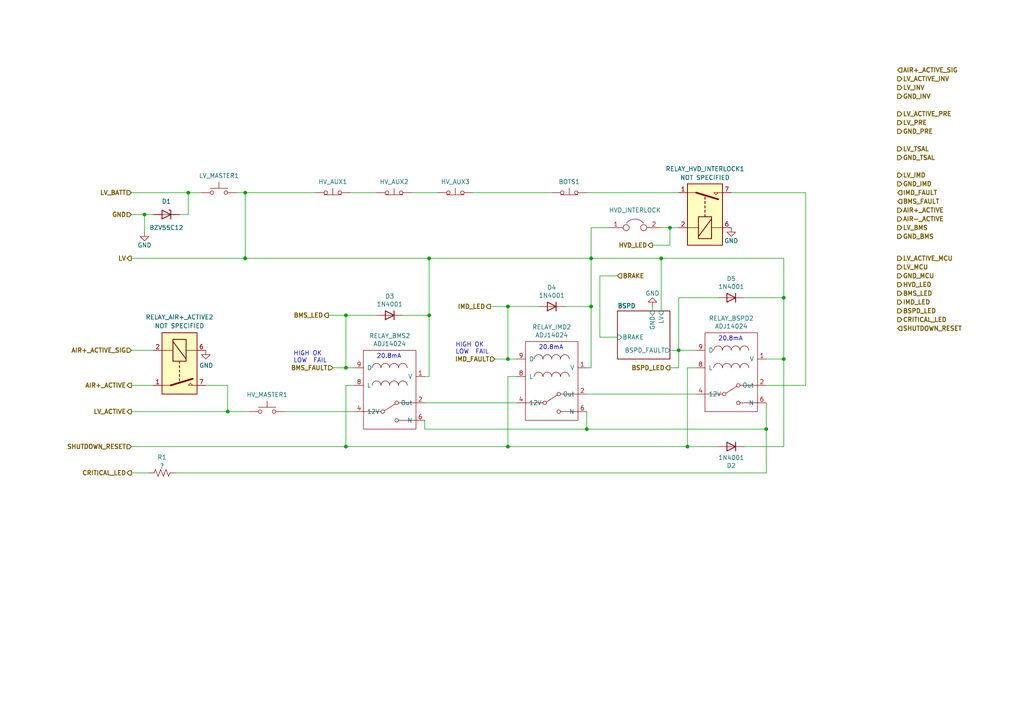
<source format=kicad_sch>
(kicad_sch (version 20211123) (generator eeschema)

  (uuid 68d99cce-7466-45a3-89e1-0e3ac41b5f3f)

  (paper "A4")

  (lib_symbols
    (symbol "Device:Jumper" (pin_names (offset 0.762) hide) (in_bom yes) (on_board yes)
      (property "Reference" "JP" (id 0) (at 0 3.81 0)
        (effects (font (size 1.27 1.27)))
      )
      (property "Value" "Device_Jumper" (id 1) (at 0 -2.032 0)
        (effects (font (size 1.27 1.27)))
      )
      (property "Footprint" "" (id 2) (at 0 0 0)
        (effects (font (size 1.27 1.27)) hide)
      )
      (property "Datasheet" "" (id 3) (at 0 0 0)
        (effects (font (size 1.27 1.27)) hide)
      )
      (property "ki_fp_filters" "SolderJumper* Jumper* TestPoint*2Pads* TestPoint*Bridge*" (id 4) (at 0 0 0)
        (effects (font (size 1.27 1.27)) hide)
      )
      (symbol "Jumper_0_1"
        (circle (center -2.54 0) (radius 0.889)
          (stroke (width 0) (type default) (color 0 0 0 0))
          (fill (type none))
        )
        (arc (start 2.5146 1.27) (mid 0.0127 2.5097) (end -2.4892 1.27)
          (stroke (width 0) (type default) (color 0 0 0 0))
          (fill (type none))
        )
        (circle (center 2.54 0) (radius 0.889)
          (stroke (width 0) (type default) (color 0 0 0 0))
          (fill (type none))
        )
        (pin passive line (at -7.62 0 0) (length 4.191)
          (name "1" (effects (font (size 1.27 1.27))))
          (number "1" (effects (font (size 1.27 1.27))))
        )
        (pin passive line (at 7.62 0 180) (length 4.191)
          (name "2" (effects (font (size 1.27 1.27))))
          (number "2" (effects (font (size 1.27 1.27))))
        )
      )
    )
    (symbol "Device:R_US" (pin_numbers hide) (pin_names (offset 0)) (in_bom yes) (on_board yes)
      (property "Reference" "R" (id 0) (at 2.54 0 90)
        (effects (font (size 1.27 1.27)))
      )
      (property "Value" "R_US" (id 1) (at -2.54 0 90)
        (effects (font (size 1.27 1.27)))
      )
      (property "Footprint" "" (id 2) (at 1.016 -0.254 90)
        (effects (font (size 1.27 1.27)) hide)
      )
      (property "Datasheet" "~" (id 3) (at 0 0 0)
        (effects (font (size 1.27 1.27)) hide)
      )
      (property "ki_keywords" "R res resistor" (id 4) (at 0 0 0)
        (effects (font (size 1.27 1.27)) hide)
      )
      (property "ki_description" "Resistor, US symbol" (id 5) (at 0 0 0)
        (effects (font (size 1.27 1.27)) hide)
      )
      (property "ki_fp_filters" "R_*" (id 6) (at 0 0 0)
        (effects (font (size 1.27 1.27)) hide)
      )
      (symbol "R_US_0_1"
        (polyline
          (pts
            (xy 0 -2.286)
            (xy 0 -2.54)
          )
          (stroke (width 0) (type default) (color 0 0 0 0))
          (fill (type none))
        )
        (polyline
          (pts
            (xy 0 2.286)
            (xy 0 2.54)
          )
          (stroke (width 0) (type default) (color 0 0 0 0))
          (fill (type none))
        )
        (polyline
          (pts
            (xy 0 -0.762)
            (xy 1.016 -1.143)
            (xy 0 -1.524)
            (xy -1.016 -1.905)
            (xy 0 -2.286)
          )
          (stroke (width 0) (type default) (color 0 0 0 0))
          (fill (type none))
        )
        (polyline
          (pts
            (xy 0 0.762)
            (xy 1.016 0.381)
            (xy 0 0)
            (xy -1.016 -0.381)
            (xy 0 -0.762)
          )
          (stroke (width 0) (type default) (color 0 0 0 0))
          (fill (type none))
        )
        (polyline
          (pts
            (xy 0 2.286)
            (xy 1.016 1.905)
            (xy 0 1.524)
            (xy -1.016 1.143)
            (xy 0 0.762)
          )
          (stroke (width 0) (type default) (color 0 0 0 0))
          (fill (type none))
        )
      )
      (symbol "R_US_1_1"
        (pin passive line (at 0 3.81 270) (length 1.27)
          (name "~" (effects (font (size 1.27 1.27))))
          (number "1" (effects (font (size 1.27 1.27))))
        )
        (pin passive line (at 0 -3.81 90) (length 1.27)
          (name "~" (effects (font (size 1.27 1.27))))
          (number "2" (effects (font (size 1.27 1.27))))
        )
      )
    )
    (symbol "Diode:1N4001" (pin_numbers hide) (pin_names (offset 1.016) hide) (in_bom yes) (on_board yes)
      (property "Reference" "D" (id 0) (at 0 2.54 0)
        (effects (font (size 1.27 1.27)))
      )
      (property "Value" "1N4001" (id 1) (at 0 -2.54 0)
        (effects (font (size 1.27 1.27)))
      )
      (property "Footprint" "Diode_THT:D_DO-41_SOD81_P10.16mm_Horizontal" (id 2) (at 0 -4.445 0)
        (effects (font (size 1.27 1.27)) hide)
      )
      (property "Datasheet" "http://www.vishay.com/docs/88503/1n4001.pdf" (id 3) (at 0 0 0)
        (effects (font (size 1.27 1.27)) hide)
      )
      (property "ki_keywords" "diode" (id 4) (at 0 0 0)
        (effects (font (size 1.27 1.27)) hide)
      )
      (property "ki_description" "50V 1A General Purpose Rectifier Diode, DO-41" (id 5) (at 0 0 0)
        (effects (font (size 1.27 1.27)) hide)
      )
      (property "ki_fp_filters" "D*DO?41*" (id 6) (at 0 0 0)
        (effects (font (size 1.27 1.27)) hide)
      )
      (symbol "1N4001_0_1"
        (polyline
          (pts
            (xy -1.27 1.27)
            (xy -1.27 -1.27)
          )
          (stroke (width 0.254) (type default) (color 0 0 0 0))
          (fill (type none))
        )
        (polyline
          (pts
            (xy 1.27 0)
            (xy -1.27 0)
          )
          (stroke (width 0) (type default) (color 0 0 0 0))
          (fill (type none))
        )
        (polyline
          (pts
            (xy 1.27 1.27)
            (xy 1.27 -1.27)
            (xy -1.27 0)
            (xy 1.27 1.27)
          )
          (stroke (width 0.254) (type default) (color 0 0 0 0))
          (fill (type none))
        )
      )
      (symbol "1N4001_1_1"
        (pin passive line (at -3.81 0 0) (length 2.54)
          (name "K" (effects (font (size 1.27 1.27))))
          (number "1" (effects (font (size 1.27 1.27))))
        )
        (pin passive line (at 3.81 0 180) (length 2.54)
          (name "A" (effects (font (size 1.27 1.27))))
          (number "2" (effects (font (size 1.27 1.27))))
        )
      )
    )
    (symbol "Diode:BZV55C12" (pin_numbers hide) (pin_names (offset 1.016) hide) (in_bom yes) (on_board yes)
      (property "Reference" "D" (id 0) (at 0 2.54 0)
        (effects (font (size 1.27 1.27)))
      )
      (property "Value" "BZV55C12" (id 1) (at 0 -2.54 0)
        (effects (font (size 1.27 1.27)))
      )
      (property "Footprint" "Diode_SMD:D_MiniMELF" (id 2) (at 0 -4.445 0)
        (effects (font (size 1.27 1.27)) hide)
      )
      (property "Datasheet" "https://assets.nexperia.com/documents/data-sheet/BZV55_SER.pdf" (id 3) (at 0 0 0)
        (effects (font (size 1.27 1.27)) hide)
      )
      (property "ki_keywords" "zener diode" (id 4) (at 0 0 0)
        (effects (font (size 1.27 1.27)) hide)
      )
      (property "ki_description" "12V, 500mW, 5%, Zener diode, MiniMELF" (id 5) (at 0 0 0)
        (effects (font (size 1.27 1.27)) hide)
      )
      (property "ki_fp_filters" "D*MiniMELF*" (id 6) (at 0 0 0)
        (effects (font (size 1.27 1.27)) hide)
      )
      (symbol "BZV55C12_0_1"
        (polyline
          (pts
            (xy 1.27 0)
            (xy -1.27 0)
          )
          (stroke (width 0) (type default) (color 0 0 0 0))
          (fill (type none))
        )
        (polyline
          (pts
            (xy -1.27 -1.27)
            (xy -1.27 1.27)
            (xy -0.762 1.27)
          )
          (stroke (width 0.254) (type default) (color 0 0 0 0))
          (fill (type none))
        )
        (polyline
          (pts
            (xy 1.27 -1.27)
            (xy 1.27 1.27)
            (xy -1.27 0)
            (xy 1.27 -1.27)
          )
          (stroke (width 0.254) (type default) (color 0 0 0 0))
          (fill (type none))
        )
      )
      (symbol "BZV55C12_1_1"
        (pin passive line (at -3.81 0 0) (length 2.54)
          (name "K" (effects (font (size 1.27 1.27))))
          (number "1" (effects (font (size 1.27 1.27))))
        )
        (pin passive line (at 3.81 0 180) (length 2.54)
          (name "A" (effects (font (size 1.27 1.27))))
          (number "2" (effects (font (size 1.27 1.27))))
        )
      )
    )
    (symbol "NewThing:ADJ14024" (pin_names (offset 1.016)) (in_bom yes) (on_board yes)
      (property "Reference" "U" (id 0) (at -5.08 27.94 0)
        (effects (font (size 1.27 1.27)))
      )
      (property "Value" "NewThing_ADJ14024" (id 1) (at 0 0 0)
        (effects (font (size 1.27 1.27)))
      )
      (property "Footprint" "" (id 2) (at 0 0 0)
        (effects (font (size 1.27 1.27)) hide)
      )
      (property "Datasheet" "" (id 3) (at 0 0 0)
        (effects (font (size 1.27 1.27)) hide)
      )
      (symbol "ADJ14024_0_1"
        (rectangle (start -7.62 25.4) (end 7.62 2.54)
          (stroke (width 0) (type default) (color 0 0 0 0))
          (fill (type none))
        )
        (arc (start -2.54 20.32) (mid -3.81 21.59) (end -5.08 20.32)
          (stroke (width 0) (type default) (color 0 0 0 0))
          (fill (type none))
        )
        (polyline
          (pts
            (xy -7.62 7.62)
            (xy -7.62 7.62)
          )
          (stroke (width 0) (type default) (color 0 0 0 0))
          (fill (type none))
        )
        (polyline
          (pts
            (xy -2.54 7.62)
            (xy -7.62 7.62)
          )
          (stroke (width 0) (type default) (color 0 0 0 0))
          (fill (type none))
        )
        (polyline
          (pts
            (xy 2.54 5.08)
            (xy 7.62 5.08)
          )
          (stroke (width 0) (type default) (color 0 0 0 0))
          (fill (type none))
        )
        (polyline
          (pts
            (xy 2.54 10.16)
            (xy 7.62 10.16)
          )
          (stroke (width 0) (type default) (color 0 0 0 0))
          (fill (type none))
        )
        (arc (start 0 20.32) (mid -1.27 21.59) (end -2.54 20.32)
          (stroke (width 0) (type default) (color 0 0 0 0))
          (fill (type none))
        )
        (arc (start 2.54 20.32) (mid 1.27 21.59) (end 0 20.32)
          (stroke (width 0) (type default) (color 0 0 0 0))
          (fill (type none))
        )
        (arc (start 5.08 20.32) (mid 3.81 21.59) (end 2.54 20.32)
          (stroke (width 0) (type default) (color 0 0 0 0))
          (fill (type none))
        )
      )
      (symbol "ADJ14024_1_1"
        (arc (start -2.54 15.24) (mid -3.81 16.51) (end -5.08 15.24)
          (stroke (width 0) (type default) (color 0 0 0 0))
          (fill (type none))
        )
        (circle (center -2.032 7.62) (radius 0.508)
          (stroke (width 0) (type default) (color 0 0 0 0))
          (fill (type none))
        )
        (polyline
          (pts
            (xy -1.524 7.874)
            (xy 1.651 9.906)
          )
          (stroke (width 0) (type default) (color 0 0 0 0))
          (fill (type none))
        )
        (arc (start 0 15.24) (mid -1.27 16.51) (end -2.54 15.24)
          (stroke (width 0) (type default) (color 0 0 0 0))
          (fill (type none))
        )
        (circle (center 2.032 5.08) (radius 0.508)
          (stroke (width 0) (type default) (color 0 0 0 0))
          (fill (type none))
        )
        (circle (center 2.032 10.16) (radius 0.508)
          (stroke (width 0) (type default) (color 0 0 0 0))
          (fill (type none))
        )
        (arc (start 2.54 15.24) (mid 1.27 16.51) (end 0 15.24)
          (stroke (width 0) (type default) (color 0 0 0 0))
          (fill (type none))
        )
        (arc (start 5.08 15.24) (mid 3.81 16.51) (end 2.54 15.24)
          (stroke (width 0) (type default) (color 0 0 0 0))
          (fill (type none))
        )
        (pin input line (at 10.16 17.78 180) (length 2.54)
          (name "V" (effects (font (size 1.27 1.27))))
          (number "1" (effects (font (size 1.27 1.27))))
        )
        (pin input line (at 10.16 10.16 180) (length 2.54)
          (name "Out" (effects (font (size 1.27 1.27))))
          (number "2" (effects (font (size 1.27 1.27))))
        )
        (pin input line (at -10.16 7.62 0) (length 2.54)
          (name "12V" (effects (font (size 1.27 1.27))))
          (number "4" (effects (font (size 1.27 1.27))))
        )
        (pin input line (at 10.16 5.08 180) (length 2.54)
          (name "N" (effects (font (size 1.27 1.27))))
          (number "6" (effects (font (size 1.27 1.27))))
        )
        (pin input line (at -10.16 15.24 0) (length 2.54)
          (name "L" (effects (font (size 1.27 1.27))))
          (number "8" (effects (font (size 1.27 1.27))))
        )
        (pin input line (at -10.16 20.32 0) (length 2.54)
          (name "D" (effects (font (size 1.27 1.27))))
          (number "9" (effects (font (size 1.27 1.27))))
        )
      )
    )
    (symbol "Relay:DIPxx-1Axx-12x" (in_bom yes) (on_board yes)
      (property "Reference" "K" (id 0) (at 8.89 3.81 0)
        (effects (font (size 1.27 1.27)) (justify left))
      )
      (property "Value" "DIPxx-1Axx-12x" (id 1) (at 8.89 1.27 0)
        (effects (font (size 1.27 1.27)) (justify left))
      )
      (property "Footprint" "Relay_THT:Relay_StandexMeder_DIP_LowProfile" (id 2) (at 8.89 -1.27 0)
        (effects (font (size 1.27 1.27)) (justify left) hide)
      )
      (property "Datasheet" "https://standexelectronics.com/wp-content/uploads/datasheet_reed_relay_DIP.pdf" (id 3) (at 0 0 0)
        (effects (font (size 1.27 1.27)) hide)
      )
      (property "ki_keywords" "Single Pole Reed Relay SPST" (id 4) (at 0 0 0)
        (effects (font (size 1.27 1.27)) hide)
      )
      (property "ki_description" "Standex Meder DIP reed relay, SPST, Closing Contact" (id 5) (at 0 0 0)
        (effects (font (size 1.27 1.27)) hide)
      )
      (property "ki_fp_filters" "Relay*StandexMeder*DIP*LowProfile*" (id 6) (at 0 0 0)
        (effects (font (size 1.27 1.27)) hide)
      )
      (symbol "DIPxx-1Axx-12x_0_0"
        (polyline
          (pts
            (xy 5.08 5.08)
            (xy 5.08 2.54)
            (xy 4.445 3.175)
            (xy 5.08 3.81)
          )
          (stroke (width 0) (type default) (color 0 0 0 0))
          (fill (type none))
        )
      )
      (symbol "DIPxx-1Axx-12x_0_1"
        (rectangle (start -10.16 5.08) (end 7.62 -5.08)
          (stroke (width 0.254) (type default) (color 0 0 0 0))
          (fill (type background))
        )
        (rectangle (start -8.255 1.905) (end -1.905 -1.905)
          (stroke (width 0.254) (type default) (color 0 0 0 0))
          (fill (type none))
        )
        (polyline
          (pts
            (xy -7.62 -1.905)
            (xy -2.54 1.905)
          )
          (stroke (width 0.254) (type default) (color 0 0 0 0))
          (fill (type none))
        )
        (polyline
          (pts
            (xy -5.08 -5.08)
            (xy -5.08 -1.905)
          )
          (stroke (width 0) (type default) (color 0 0 0 0))
          (fill (type none))
        )
        (polyline
          (pts
            (xy -5.08 5.08)
            (xy -5.08 1.905)
          )
          (stroke (width 0) (type default) (color 0 0 0 0))
          (fill (type none))
        )
        (polyline
          (pts
            (xy -1.905 0)
            (xy -1.27 0)
          )
          (stroke (width 0.254) (type default) (color 0 0 0 0))
          (fill (type none))
        )
        (polyline
          (pts
            (xy -0.635 0)
            (xy 0 0)
          )
          (stroke (width 0.254) (type default) (color 0 0 0 0))
          (fill (type none))
        )
        (polyline
          (pts
            (xy 0.635 0)
            (xy 1.27 0)
          )
          (stroke (width 0.254) (type default) (color 0 0 0 0))
          (fill (type none))
        )
        (polyline
          (pts
            (xy 1.905 0)
            (xy 2.54 0)
          )
          (stroke (width 0.254) (type default) (color 0 0 0 0))
          (fill (type none))
        )
        (polyline
          (pts
            (xy 3.175 0)
            (xy 3.81 0)
          )
          (stroke (width 0.254) (type default) (color 0 0 0 0))
          (fill (type none))
        )
        (polyline
          (pts
            (xy 5.08 -2.54)
            (xy 3.175 3.81)
          )
          (stroke (width 0.508) (type default) (color 0 0 0 0))
          (fill (type none))
        )
        (polyline
          (pts
            (xy 5.08 -2.54)
            (xy 5.08 -5.08)
          )
          (stroke (width 0) (type default) (color 0 0 0 0))
          (fill (type none))
        )
      )
      (symbol "DIPxx-1Axx-12x_1_1"
        (pin passive line (at 5.08 -7.62 90) (length 2.54)
          (name "~" (effects (font (size 1.27 1.27))))
          (number "1" (effects (font (size 1.27 1.27))))
        )
        (pin passive line (at -5.08 -7.62 90) (length 2.54) hide
          (name "~" (effects (font (size 1.27 1.27))))
          (number "13" (effects (font (size 1.27 1.27))))
        )
        (pin passive line (at 5.08 -7.62 90) (length 2.54) hide
          (name "~" (effects (font (size 1.27 1.27))))
          (number "14" (effects (font (size 1.27 1.27))))
        )
        (pin passive line (at -5.08 -7.62 90) (length 2.54)
          (name "~" (effects (font (size 1.27 1.27))))
          (number "2" (effects (font (size 1.27 1.27))))
        )
        (pin passive line (at -5.08 7.62 270) (length 2.54)
          (name "~" (effects (font (size 1.27 1.27))))
          (number "6" (effects (font (size 1.27 1.27))))
        )
        (pin passive line (at 5.08 7.62 270) (length 2.54)
          (name "~" (effects (font (size 1.27 1.27))))
          (number "7" (effects (font (size 1.27 1.27))))
        )
        (pin passive line (at 5.08 7.62 270) (length 2.54) hide
          (name "~" (effects (font (size 1.27 1.27))))
          (number "8" (effects (font (size 1.27 1.27))))
        )
      )
    )
    (symbol "Switch:SW_Push" (pin_numbers hide) (pin_names (offset 1.016) hide) (in_bom yes) (on_board yes)
      (property "Reference" "SW" (id 0) (at 1.27 2.54 0)
        (effects (font (size 1.27 1.27)) (justify left))
      )
      (property "Value" "SW_Push" (id 1) (at 0 -1.524 0)
        (effects (font (size 1.27 1.27)))
      )
      (property "Footprint" "" (id 2) (at 0 5.08 0)
        (effects (font (size 1.27 1.27)) hide)
      )
      (property "Datasheet" "~" (id 3) (at 0 5.08 0)
        (effects (font (size 1.27 1.27)) hide)
      )
      (property "ki_keywords" "switch normally-open pushbutton push-button" (id 4) (at 0 0 0)
        (effects (font (size 1.27 1.27)) hide)
      )
      (property "ki_description" "Push button switch, generic, two pins" (id 5) (at 0 0 0)
        (effects (font (size 1.27 1.27)) hide)
      )
      (symbol "SW_Push_0_1"
        (circle (center -2.032 0) (radius 0.508)
          (stroke (width 0) (type default) (color 0 0 0 0))
          (fill (type none))
        )
        (polyline
          (pts
            (xy 0 1.27)
            (xy 0 3.048)
          )
          (stroke (width 0) (type default) (color 0 0 0 0))
          (fill (type none))
        )
        (polyline
          (pts
            (xy 2.54 1.27)
            (xy -2.54 1.27)
          )
          (stroke (width 0) (type default) (color 0 0 0 0))
          (fill (type none))
        )
        (circle (center 2.032 0) (radius 0.508)
          (stroke (width 0) (type default) (color 0 0 0 0))
          (fill (type none))
        )
        (pin passive line (at -5.08 0 0) (length 2.54)
          (name "1" (effects (font (size 1.27 1.27))))
          (number "1" (effects (font (size 1.27 1.27))))
        )
        (pin passive line (at 5.08 0 180) (length 2.54)
          (name "2" (effects (font (size 1.27 1.27))))
          (number "2" (effects (font (size 1.27 1.27))))
        )
      )
    )
    (symbol "Switch:SW_Push_Open" (pin_numbers hide) (pin_names (offset 1.016) hide) (in_bom yes) (on_board yes)
      (property "Reference" "SW" (id 0) (at 0 2.54 0)
        (effects (font (size 1.27 1.27)))
      )
      (property "Value" "SW_Push_Open" (id 1) (at 0 -1.905 0)
        (effects (font (size 1.27 1.27)))
      )
      (property "Footprint" "" (id 2) (at 0 5.08 0)
        (effects (font (size 1.27 1.27)) hide)
      )
      (property "Datasheet" "~" (id 3) (at 0 5.08 0)
        (effects (font (size 1.27 1.27)) hide)
      )
      (property "ki_keywords" "switch normally-closed pushbutton push-button" (id 4) (at 0 0 0)
        (effects (font (size 1.27 1.27)) hide)
      )
      (property "ki_description" "Push button switch, push-to-open, generic, two pins" (id 5) (at 0 0 0)
        (effects (font (size 1.27 1.27)) hide)
      )
      (symbol "SW_Push_Open_0_1"
        (circle (center -2.032 0) (radius 0.508)
          (stroke (width 0) (type default) (color 0 0 0 0))
          (fill (type none))
        )
        (polyline
          (pts
            (xy -2.54 -0.635)
            (xy 2.54 -0.635)
          )
          (stroke (width 0) (type default) (color 0 0 0 0))
          (fill (type none))
        )
        (polyline
          (pts
            (xy 0 -0.635)
            (xy 0 1.27)
          )
          (stroke (width 0) (type default) (color 0 0 0 0))
          (fill (type none))
        )
        (circle (center 2.032 0) (radius 0.508)
          (stroke (width 0) (type default) (color 0 0 0 0))
          (fill (type none))
        )
        (pin passive line (at -5.08 0 0) (length 2.54)
          (name "A" (effects (font (size 1.27 1.27))))
          (number "1" (effects (font (size 1.27 1.27))))
        )
      )
      (symbol "SW_Push_Open_1_1"
        (pin passive line (at 5.08 0 180) (length 2.54)
          (name "B" (effects (font (size 1.27 1.27))))
          (number "2" (effects (font (size 1.27 1.27))))
        )
      )
    )
    (symbol "power:GND" (power) (pin_names (offset 0)) (in_bom yes) (on_board yes)
      (property "Reference" "#PWR" (id 0) (at 0 -6.35 0)
        (effects (font (size 1.27 1.27)) hide)
      )
      (property "Value" "GND" (id 1) (at 0 -3.81 0)
        (effects (font (size 1.27 1.27)))
      )
      (property "Footprint" "" (id 2) (at 0 0 0)
        (effects (font (size 1.27 1.27)) hide)
      )
      (property "Datasheet" "" (id 3) (at 0 0 0)
        (effects (font (size 1.27 1.27)) hide)
      )
      (property "ki_keywords" "power-flag" (id 4) (at 0 0 0)
        (effects (font (size 1.27 1.27)) hide)
      )
      (property "ki_description" "Power symbol creates a global label with name \"GND\" , ground" (id 5) (at 0 0 0)
        (effects (font (size 1.27 1.27)) hide)
      )
      (symbol "GND_0_1"
        (polyline
          (pts
            (xy 0 0)
            (xy 0 -1.27)
            (xy 1.27 -1.27)
            (xy 0 -2.54)
            (xy -1.27 -1.27)
            (xy 0 -1.27)
          )
          (stroke (width 0) (type default) (color 0 0 0 0))
          (fill (type none))
        )
      )
      (symbol "GND_1_1"
        (pin power_in line (at 0 0 270) (length 0) hide
          (name "GND" (effects (font (size 1.27 1.27))))
          (number "1" (effects (font (size 1.27 1.27))))
        )
      )
    )
  )

  (junction (at 171.45 74.93) (diameter 0) (color 0 0 0 0)
    (uuid 0165f760-7aab-4789-aa25-66e674d132e7)
  )
  (junction (at 100.33 91.44) (diameter 0) (color 0 0 0 0)
    (uuid 0c0452b2-0724-4955-a35a-6554170c1063)
  )
  (junction (at 147.32 129.54) (diameter 0) (color 0 0 0 0)
    (uuid 21466e6e-d2bf-492a-ad93-74d0567358ea)
  )
  (junction (at 227.33 86.36) (diameter 0) (color 0 0 0 0)
    (uuid 2a26625a-375a-4582-8bfa-eec3f831fedd)
  )
  (junction (at 100.33 129.54) (diameter 0) (color 0 0 0 0)
    (uuid 341de9ff-4fa1-4dd1-9314-db10489ca2cd)
  )
  (junction (at 171.45 88.9) (diameter 0) (color 0 0 0 0)
    (uuid 3a4ce814-b529-422d-a165-920304182013)
  )
  (junction (at 199.39 129.54) (diameter 0) (color 0 0 0 0)
    (uuid 62f79291-724f-4d96-bab5-68e5d404dcab)
  )
  (junction (at 41.91 62.23) (diameter 0) (color 0 0 0 0)
    (uuid 80616143-2f6c-4939-a0a5-dd92ad6d1c56)
  )
  (junction (at 54.61 55.88) (diameter 0) (color 0 0 0 0)
    (uuid 875f43b0-b50b-443c-bb9b-260fa3233474)
  )
  (junction (at 227.33 104.14) (diameter 0) (color 0 0 0 0)
    (uuid 8b04baea-5e2d-4413-bbd1-6e90c3486e18)
  )
  (junction (at 147.32 88.9) (diameter 0) (color 0 0 0 0)
    (uuid 8e706cc1-df12-4778-9eda-be6d0dcda3f3)
  )
  (junction (at 222.25 124.46) (diameter 0) (color 0 0 0 0)
    (uuid 9a1cee72-4f87-421b-8fed-97d32dd92f3a)
  )
  (junction (at 124.46 74.93) (diameter 0) (color 0 0 0 0)
    (uuid 9f102c42-feec-4d29-a0d7-acea02b667cf)
  )
  (junction (at 124.46 91.44) (diameter 0) (color 0 0 0 0)
    (uuid a26fe3d3-5c71-471c-a084-65e29faf2925)
  )
  (junction (at 147.32 104.14) (diameter 0) (color 0 0 0 0)
    (uuid a8d5aac0-935d-4f88-adb4-4058a95b7a16)
  )
  (junction (at 196.85 101.6) (diameter 0) (color 0 0 0 0)
    (uuid c82f9f23-449c-42d8-bbed-219d04afbe08)
  )
  (junction (at 71.12 55.88) (diameter 0) (color 0 0 0 0)
    (uuid cc55b012-3cfa-4ad9-bb2f-d60fb75f485a)
  )
  (junction (at 191.77 74.93) (diameter 0) (color 0 0 0 0)
    (uuid cf494d35-61df-4f20-8efc-3e4ac0aaf811)
  )
  (junction (at 194.31 66.04) (diameter 0) (color 0 0 0 0)
    (uuid ec46ca4b-662f-4b3a-b4b5-9bec980d60c9)
  )
  (junction (at 66.04 119.38) (diameter 0) (color 0 0 0 0)
    (uuid efdbfa6a-5d89-4977-8a2d-2bccca5a273a)
  )
  (junction (at 100.33 106.68) (diameter 0) (color 0 0 0 0)
    (uuid f207dbe4-81bd-4861-97c9-4ddf854cb092)
  )
  (junction (at 170.18 124.46) (diameter 0) (color 0 0 0 0)
    (uuid f321a126-299e-4eed-9d3c-bc55a517ea27)
  )
  (junction (at 71.12 74.93) (diameter 0) (color 0 0 0 0)
    (uuid f5697e41-b2d9-4a96-a815-c27354509ddc)
  )

  (wire (pts (xy 96.52 106.68) (xy 100.33 106.68))
    (stroke (width 0) (type default) (color 0 0 0 0))
    (uuid 00853c41-a2c2-4829-90ed-4054122740ca)
  )
  (wire (pts (xy 71.12 74.93) (xy 124.46 74.93))
    (stroke (width 0) (type default) (color 0 0 0 0))
    (uuid 015b65c0-7689-4cec-9611-b39f8bcd9294)
  )
  (wire (pts (xy 171.45 106.68) (xy 171.45 88.9))
    (stroke (width 0) (type default) (color 0 0 0 0))
    (uuid 052adf59-f7f0-4e73-8497-73815fdeb6df)
  )
  (wire (pts (xy 123.19 116.84) (xy 149.86 116.84))
    (stroke (width 0) (type default) (color 0 0 0 0))
    (uuid 080d8de1-6f3f-437b-adee-239fcf31c92e)
  )
  (wire (pts (xy 102.87 106.68) (xy 100.33 106.68))
    (stroke (width 0) (type default) (color 0 0 0 0))
    (uuid 0835b71b-732e-4c85-a728-0eea27e9d371)
  )
  (wire (pts (xy 66.04 111.76) (xy 66.04 119.38))
    (stroke (width 0) (type default) (color 0 0 0 0))
    (uuid 09942755-996b-47cf-8ad0-19617819bebf)
  )
  (wire (pts (xy 124.46 109.22) (xy 124.46 91.44))
    (stroke (width 0) (type default) (color 0 0 0 0))
    (uuid 0bac335c-c237-46a4-90c6-d80beb63ad59)
  )
  (wire (pts (xy 179.07 80.01) (xy 173.99 80.01))
    (stroke (width 0) (type default) (color 0 0 0 0))
    (uuid 0cfa73da-554f-4b2d-9f70-db5e4c7f43cb)
  )
  (wire (pts (xy 54.61 55.88) (xy 58.42 55.88))
    (stroke (width 0) (type default) (color 0 0 0 0))
    (uuid 11f000f8-f0a5-4243-928e-e9a38c7e9d1c)
  )
  (wire (pts (xy 194.31 101.6) (xy 196.85 101.6))
    (stroke (width 0) (type default) (color 0 0 0 0))
    (uuid 143ee52c-8ba1-43df-93b7-37a92b8fbfca)
  )
  (wire (pts (xy 173.99 80.01) (xy 173.99 97.79))
    (stroke (width 0) (type default) (color 0 0 0 0))
    (uuid 15c9e528-b67c-4322-b303-c344d05676ab)
  )
  (wire (pts (xy 191.77 66.04) (xy 194.31 66.04))
    (stroke (width 0) (type default) (color 0 0 0 0))
    (uuid 245e3e65-26a6-442f-83c4-9a2857f4cb2e)
  )
  (wire (pts (xy 201.93 106.68) (xy 199.39 106.68))
    (stroke (width 0) (type default) (color 0 0 0 0))
    (uuid 2a8e226e-644d-4e64-bf10-369579fd8949)
  )
  (wire (pts (xy 71.12 55.88) (xy 91.44 55.88))
    (stroke (width 0) (type default) (color 0 0 0 0))
    (uuid 2c321715-f5ec-4755-806c-9bf4c4486c5b)
  )
  (wire (pts (xy 71.12 55.88) (xy 71.12 74.93))
    (stroke (width 0) (type default) (color 0 0 0 0))
    (uuid 2e888953-5d86-491c-aece-04c1ba89b06e)
  )
  (wire (pts (xy 222.25 124.46) (xy 222.25 116.84))
    (stroke (width 0) (type default) (color 0 0 0 0))
    (uuid 2eb5adff-599b-4d54-889d-bea7f6eaf6ee)
  )
  (wire (pts (xy 100.33 106.68) (xy 100.33 91.44))
    (stroke (width 0) (type default) (color 0 0 0 0))
    (uuid 3309cc1b-eb9b-4418-86c9-ed4faabf9887)
  )
  (wire (pts (xy 222.25 111.76) (xy 233.68 111.76))
    (stroke (width 0) (type default) (color 0 0 0 0))
    (uuid 35a55175-1350-4e93-8570-c9268292b49b)
  )
  (wire (pts (xy 123.19 109.22) (xy 124.46 109.22))
    (stroke (width 0) (type default) (color 0 0 0 0))
    (uuid 36bfd70b-ea36-45bc-a502-d7f13273250f)
  )
  (wire (pts (xy 196.85 101.6) (xy 201.93 101.6))
    (stroke (width 0) (type default) (color 0 0 0 0))
    (uuid 3c88604b-a7ad-4ac4-8af8-dec83bdd2ec7)
  )
  (wire (pts (xy 227.33 86.36) (xy 227.33 104.14))
    (stroke (width 0) (type default) (color 0 0 0 0))
    (uuid 40b6fa37-38d0-4f4b-8099-8a4c0cf857e5)
  )
  (wire (pts (xy 38.1 101.6) (xy 44.45 101.6))
    (stroke (width 0) (type default) (color 0 0 0 0))
    (uuid 428af3af-a015-4ad8-9ec0-41484ffc79af)
  )
  (wire (pts (xy 227.33 74.93) (xy 227.33 86.36))
    (stroke (width 0) (type default) (color 0 0 0 0))
    (uuid 439baee0-25b3-4ccd-9aa3-be4eeb92f469)
  )
  (wire (pts (xy 215.9 86.36) (xy 227.33 86.36))
    (stroke (width 0) (type default) (color 0 0 0 0))
    (uuid 4680101b-0c08-4220-93e3-50f3f206eaf7)
  )
  (wire (pts (xy 191.77 74.93) (xy 191.77 90.17))
    (stroke (width 0) (type default) (color 0 0 0 0))
    (uuid 47d9d1e7-019b-4f96-9a13-9f1d0125237c)
  )
  (wire (pts (xy 199.39 129.54) (xy 147.32 129.54))
    (stroke (width 0) (type default) (color 0 0 0 0))
    (uuid 4951431e-2e3a-423e-85ae-f638dea53a70)
  )
  (wire (pts (xy 149.86 109.22) (xy 147.32 109.22))
    (stroke (width 0) (type default) (color 0 0 0 0))
    (uuid 49588841-1649-442a-8763-a56bdeb9c53e)
  )
  (wire (pts (xy 196.85 106.68) (xy 194.31 106.68))
    (stroke (width 0) (type default) (color 0 0 0 0))
    (uuid 49af1ed0-c2a7-45d6-a64d-ec9faa382af8)
  )
  (wire (pts (xy 171.45 74.93) (xy 191.77 74.93))
    (stroke (width 0) (type default) (color 0 0 0 0))
    (uuid 4ae590e3-22a8-4d23-8928-d9f3ba41ced6)
  )
  (wire (pts (xy 147.32 129.54) (xy 100.33 129.54))
    (stroke (width 0) (type default) (color 0 0 0 0))
    (uuid 52e31182-0c68-4667-9afd-aac62bdd8869)
  )
  (wire (pts (xy 54.61 62.23) (xy 54.61 55.88))
    (stroke (width 0) (type default) (color 0 0 0 0))
    (uuid 5588df11-0ca8-4cd6-857f-dcfc0a52ece4)
  )
  (wire (pts (xy 196.85 86.36) (xy 208.28 86.36))
    (stroke (width 0) (type default) (color 0 0 0 0))
    (uuid 58386574-25e3-4b61-bc4f-4678da7c5046)
  )
  (wire (pts (xy 100.33 91.44) (xy 109.22 91.44))
    (stroke (width 0) (type default) (color 0 0 0 0))
    (uuid 594b9d89-c9fc-4690-94fb-f6f0643bc34a)
  )
  (wire (pts (xy 38.1 119.38) (xy 66.04 119.38))
    (stroke (width 0) (type default) (color 0 0 0 0))
    (uuid 5bd8c34b-c2ed-468a-8f40-2412e00d6592)
  )
  (wire (pts (xy 68.58 55.88) (xy 71.12 55.88))
    (stroke (width 0) (type default) (color 0 0 0 0))
    (uuid 5ca53c1c-0da6-4540-8c7c-d2a0e301d8c6)
  )
  (wire (pts (xy 43.18 137.16) (xy 38.1 137.16))
    (stroke (width 0) (type default) (color 0 0 0 0))
    (uuid 6078de03-4b43-40ae-ae04-7724ca6ee27f)
  )
  (wire (pts (xy 41.91 62.23) (xy 41.91 67.31))
    (stroke (width 0) (type default) (color 0 0 0 0))
    (uuid 62453a0b-cc66-4177-ba8a-5311e2901709)
  )
  (wire (pts (xy 191.77 74.93) (xy 227.33 74.93))
    (stroke (width 0) (type default) (color 0 0 0 0))
    (uuid 62a73e62-b9da-4b65-9acd-14ab5e99be7b)
  )
  (wire (pts (xy 143.51 104.14) (xy 147.32 104.14))
    (stroke (width 0) (type default) (color 0 0 0 0))
    (uuid 64c3611b-800f-4b64-9600-431be6b2cf68)
  )
  (wire (pts (xy 170.18 124.46) (xy 222.25 124.46))
    (stroke (width 0) (type default) (color 0 0 0 0))
    (uuid 6c144877-b5e6-47f3-b641-e7c57b578a44)
  )
  (wire (pts (xy 196.85 101.6) (xy 196.85 86.36))
    (stroke (width 0) (type default) (color 0 0 0 0))
    (uuid 707cbd1f-c8d6-4c3d-909e-20be46c2d8ea)
  )
  (wire (pts (xy 189.23 88.9) (xy 189.23 90.17))
    (stroke (width 0) (type default) (color 0 0 0 0))
    (uuid 7b0a0f02-d8a0-4e2e-b554-8e3538c293ae)
  )
  (wire (pts (xy 123.19 121.92) (xy 123.19 124.46))
    (stroke (width 0) (type default) (color 0 0 0 0))
    (uuid 7d0abc2c-3127-4a5e-a4b0-90bf9adbcf46)
  )
  (wire (pts (xy 124.46 91.44) (xy 124.46 74.93))
    (stroke (width 0) (type default) (color 0 0 0 0))
    (uuid 7d1c6c5d-a6b7-457d-b898-da4c6ff1ee3b)
  )
  (wire (pts (xy 233.68 111.76) (xy 233.68 55.88))
    (stroke (width 0) (type default) (color 0 0 0 0))
    (uuid 844ee245-0946-423e-95e4-ffb78eb18491)
  )
  (wire (pts (xy 227.33 104.14) (xy 222.25 104.14))
    (stroke (width 0) (type default) (color 0 0 0 0))
    (uuid 84ea076a-05ce-49e3-bd65-69612cdead70)
  )
  (wire (pts (xy 38.1 74.93) (xy 71.12 74.93))
    (stroke (width 0) (type default) (color 0 0 0 0))
    (uuid 86ad24a4-1627-40e1-86cd-7bb5b4cac8e0)
  )
  (wire (pts (xy 66.04 119.38) (xy 72.39 119.38))
    (stroke (width 0) (type default) (color 0 0 0 0))
    (uuid 86c49fc9-a733-4931-baf3-307d504889ef)
  )
  (wire (pts (xy 170.18 106.68) (xy 171.45 106.68))
    (stroke (width 0) (type default) (color 0 0 0 0))
    (uuid 87c4376e-be1d-48db-b3a2-a7eccde291d6)
  )
  (wire (pts (xy 170.18 119.38) (xy 170.18 124.46))
    (stroke (width 0) (type default) (color 0 0 0 0))
    (uuid 8bb0d550-23b4-4c69-b7a6-08e5f5db3bb3)
  )
  (wire (pts (xy 227.33 129.54) (xy 227.33 104.14))
    (stroke (width 0) (type default) (color 0 0 0 0))
    (uuid 8cbb65f0-e521-4538-9857-3dab28e28a8c)
  )
  (wire (pts (xy 100.33 111.76) (xy 100.33 129.54))
    (stroke (width 0) (type default) (color 0 0 0 0))
    (uuid 92abf08d-d597-4277-b8ad-d56a16df105d)
  )
  (wire (pts (xy 173.99 97.79) (xy 179.07 97.79))
    (stroke (width 0) (type default) (color 0 0 0 0))
    (uuid 930e7044-e1f7-4d67-98a0-9541b68d6e99)
  )
  (wire (pts (xy 38.1 111.76) (xy 44.45 111.76))
    (stroke (width 0) (type default) (color 0 0 0 0))
    (uuid 95e045b3-441e-4c15-a981-e1be7b81de93)
  )
  (wire (pts (xy 82.55 119.38) (xy 102.87 119.38))
    (stroke (width 0) (type default) (color 0 0 0 0))
    (uuid 99eff0d2-975e-4d38-98ce-4de8a492364f)
  )
  (wire (pts (xy 170.18 55.88) (xy 196.85 55.88))
    (stroke (width 0) (type default) (color 0 0 0 0))
    (uuid 9b9bd4d4-a186-44ae-a10b-09cceb1a0269)
  )
  (wire (pts (xy 142.24 88.9) (xy 147.32 88.9))
    (stroke (width 0) (type default) (color 0 0 0 0))
    (uuid a2e119c0-a82a-4971-8724-5a6a67018747)
  )
  (wire (pts (xy 222.25 137.16) (xy 50.8 137.16))
    (stroke (width 0) (type default) (color 0 0 0 0))
    (uuid a8626510-8ba8-45ce-80d1-ceb5a459b0bd)
  )
  (wire (pts (xy 147.32 104.14) (xy 149.86 104.14))
    (stroke (width 0) (type default) (color 0 0 0 0))
    (uuid a8de5ca3-12bd-4500-9143-f095ed104ecb)
  )
  (wire (pts (xy 137.16 55.88) (xy 160.02 55.88))
    (stroke (width 0) (type default) (color 0 0 0 0))
    (uuid a9899183-6fa4-4a7d-8dcc-1b553064ad03)
  )
  (wire (pts (xy 147.32 88.9) (xy 147.32 104.14))
    (stroke (width 0) (type default) (color 0 0 0 0))
    (uuid abe6e8af-0e51-49ab-a1db-3801dee63679)
  )
  (wire (pts (xy 38.1 55.88) (xy 54.61 55.88))
    (stroke (width 0) (type default) (color 0 0 0 0))
    (uuid ada3e5b7-b46b-4ffb-ad4a-bccbb01fb164)
  )
  (wire (pts (xy 102.87 111.76) (xy 100.33 111.76))
    (stroke (width 0) (type default) (color 0 0 0 0))
    (uuid af142a75-d64b-4d56-a762-dc2d9f249528)
  )
  (wire (pts (xy 194.31 71.12) (xy 189.23 71.12))
    (stroke (width 0) (type default) (color 0 0 0 0))
    (uuid af33f1c5-890b-48b1-ae94-c28992dc3ba7)
  )
  (wire (pts (xy 95.25 91.44) (xy 100.33 91.44))
    (stroke (width 0) (type default) (color 0 0 0 0))
    (uuid b1c37173-73bd-483e-a3a7-ba8cf70a8b6a)
  )
  (wire (pts (xy 116.84 91.44) (xy 124.46 91.44))
    (stroke (width 0) (type default) (color 0 0 0 0))
    (uuid b7e119a2-ad93-47d3-819a-a67bb40df091)
  )
  (wire (pts (xy 101.6 55.88) (xy 109.22 55.88))
    (stroke (width 0) (type default) (color 0 0 0 0))
    (uuid b7feeb96-d184-4aeb-bbc2-29d6170d8c16)
  )
  (wire (pts (xy 163.83 88.9) (xy 171.45 88.9))
    (stroke (width 0) (type default) (color 0 0 0 0))
    (uuid bac6eb84-34ba-401c-a3e4-797c59f6d6b4)
  )
  (wire (pts (xy 196.85 101.6) (xy 196.85 106.68))
    (stroke (width 0) (type default) (color 0 0 0 0))
    (uuid bb2dbda9-6ed9-421b-96b2-61b38f9d9e5f)
  )
  (wire (pts (xy 59.69 111.76) (xy 66.04 111.76))
    (stroke (width 0) (type default) (color 0 0 0 0))
    (uuid be6e89f5-d775-4650-af94-6951afccb4e6)
  )
  (wire (pts (xy 100.33 129.54) (xy 38.1 129.54))
    (stroke (width 0) (type default) (color 0 0 0 0))
    (uuid bf984363-1397-42dd-99b7-54406b9f1eb2)
  )
  (wire (pts (xy 194.31 66.04) (xy 194.31 71.12))
    (stroke (width 0) (type default) (color 0 0 0 0))
    (uuid bfcd4d76-71b7-4e67-b34e-3a582e9ddd19)
  )
  (wire (pts (xy 127 55.88) (xy 119.38 55.88))
    (stroke (width 0) (type default) (color 0 0 0 0))
    (uuid c18f93b9-c34b-4c5a-a2f3-edd48d3274cc)
  )
  (wire (pts (xy 147.32 109.22) (xy 147.32 129.54))
    (stroke (width 0) (type default) (color 0 0 0 0))
    (uuid c4b0b1f5-c844-4825-81d3-ed141f8e90b5)
  )
  (wire (pts (xy 52.07 62.23) (xy 54.61 62.23))
    (stroke (width 0) (type default) (color 0 0 0 0))
    (uuid c728ef89-36fc-4c97-98d0-b7f5f89f2bb3)
  )
  (wire (pts (xy 124.46 74.93) (xy 171.45 74.93))
    (stroke (width 0) (type default) (color 0 0 0 0))
    (uuid cc3d6668-6ac6-43dc-9689-246760c49dc7)
  )
  (wire (pts (xy 222.25 124.46) (xy 222.25 137.16))
    (stroke (width 0) (type default) (color 0 0 0 0))
    (uuid d3fc2d49-1209-428b-a434-a4ec5658d915)
  )
  (wire (pts (xy 41.91 62.23) (xy 44.45 62.23))
    (stroke (width 0) (type default) (color 0 0 0 0))
    (uuid d447fc20-382e-4801-b99b-04ae70d80809)
  )
  (wire (pts (xy 199.39 129.54) (xy 208.28 129.54))
    (stroke (width 0) (type default) (color 0 0 0 0))
    (uuid d65ab380-efe2-426c-a6a4-baac40168104)
  )
  (wire (pts (xy 215.9 129.54) (xy 227.33 129.54))
    (stroke (width 0) (type default) (color 0 0 0 0))
    (uuid da7ee39d-9ec7-4283-a964-8fba2a13c16d)
  )
  (wire (pts (xy 123.19 124.46) (xy 170.18 124.46))
    (stroke (width 0) (type default) (color 0 0 0 0))
    (uuid dbece517-407d-4860-bbc6-6c08c8371a59)
  )
  (wire (pts (xy 199.39 106.68) (xy 199.39 129.54))
    (stroke (width 0) (type default) (color 0 0 0 0))
    (uuid dd1e49f2-da2d-4889-83cd-7331b3229e3a)
  )
  (wire (pts (xy 38.1 62.23) (xy 41.91 62.23))
    (stroke (width 0) (type default) (color 0 0 0 0))
    (uuid df86f9ec-dd42-4ef9-a5b3-bcbb1d1dd929)
  )
  (wire (pts (xy 194.31 66.04) (xy 196.85 66.04))
    (stroke (width 0) (type default) (color 0 0 0 0))
    (uuid e3418728-6861-48e4-8007-685e15e14cc0)
  )
  (wire (pts (xy 171.45 88.9) (xy 171.45 74.93))
    (stroke (width 0) (type default) (color 0 0 0 0))
    (uuid e3efff13-2e70-484d-bd9e-577b80b9d4a6)
  )
  (wire (pts (xy 170.18 114.3) (xy 201.93 114.3))
    (stroke (width 0) (type default) (color 0 0 0 0))
    (uuid e868171c-f28f-4962-bd0d-e2bff9765bb9)
  )
  (wire (pts (xy 212.09 55.88) (xy 233.68 55.88))
    (stroke (width 0) (type default) (color 0 0 0 0))
    (uuid ec27b70e-0b81-432d-9b65-d95c66012049)
  )
  (wire (pts (xy 171.45 74.93) (xy 171.45 66.04))
    (stroke (width 0) (type default) (color 0 0 0 0))
    (uuid edfe661c-76af-4034-996c-53bdb84e65aa)
  )
  (wire (pts (xy 171.45 66.04) (xy 176.53 66.04))
    (stroke (width 0) (type default) (color 0 0 0 0))
    (uuid ee93d3b0-690e-4ab3-a6d6-55ae0fede102)
  )
  (wire (pts (xy 156.21 88.9) (xy 147.32 88.9))
    (stroke (width 0) (type default) (color 0 0 0 0))
    (uuid fb3af640-80bf-4c6a-ad77-227cd3be1a83)
  )

  (text "20.8mA" (at 109.22 104.14 0)
    (effects (font (size 1.27 1.27)) (justify left bottom))
    (uuid 274569b3-6ed2-44e9-900f-98d1bf9dd61f)
  )
  (text "20.8mA" (at 156.21 101.6 0)
    (effects (font (size 1.27 1.27)) (justify left bottom))
    (uuid 36db7f9c-4e8f-44f1-9344-24f8e068e73c)
  )
  (text "20.8mA" (at 208.28 99.06 0)
    (effects (font (size 1.27 1.27)) (justify left bottom))
    (uuid af344585-4c88-4e38-a1b2-c07c16db42ef)
  )
  (text "HIGH OK\nLOW  FAIL" (at 132.08 102.87 0)
    (effects (font (size 1.27 1.27)) (justify left bottom))
    (uuid d08928ac-cbad-4008-bd71-8dd74b41529a)
  )
  (text "HIGH OK\nLOW  FAIL" (at 85.09 105.41 0)
    (effects (font (size 1.27 1.27)) (justify left bottom))
    (uuid de733a61-558d-48ae-8ede-5c5585d4ef45)
  )

  (hierarchical_label "LV_BMS" (shape output) (at 260.35 66.04 0)
    (effects (font (size 1.27 1.27) (thickness 0.254) bold) (justify left))
    (uuid 03b742d5-e0ba-47ee-80db-17d126003ca3)
  )
  (hierarchical_label "LV_ACTIVE_INV" (shape output) (at 260.35 22.86 0)
    (effects (font (size 1.27 1.27) (thickness 0.254) bold) (justify left))
    (uuid 089353d8-6c41-4480-a9dc-5859e3c3c928)
  )
  (hierarchical_label "IMD_FAULT" (shape input) (at 143.51 104.14 180)
    (effects (font (size 1.27 1.27) (thickness 0.254) bold) (justify right))
    (uuid 0a57a69b-35a9-4aa5-9079-d2710a23db3f)
  )
  (hierarchical_label "BMS_FAULT" (shape input) (at 260.35 58.42 0)
    (effects (font (size 1.27 1.27) (thickness 0.254) bold) (justify left))
    (uuid 1ffc5f19-1838-423a-843f-eab8c1f24edf)
  )
  (hierarchical_label "GND_INV" (shape output) (at 260.35 27.94 0)
    (effects (font (size 1.27 1.27) (thickness 0.254) bold) (justify left))
    (uuid 2597fa7a-24b5-428e-a5e5-a9d96e4ae60c)
  )
  (hierarchical_label "CRITICAL_LED" (shape output) (at 260.35 92.71 0)
    (effects (font (size 1.27 1.27) (thickness 0.254) bold) (justify left))
    (uuid 2848e1df-ce65-4e44-8ce0-4574faa5a90d)
  )
  (hierarchical_label "LV_PRE" (shape output) (at 260.35 35.56 0)
    (effects (font (size 1.27 1.27) (thickness 0.254) bold) (justify left))
    (uuid 337b35cf-ee1e-4e51-8962-807f7b79afbb)
  )
  (hierarchical_label "BMS_LED" (shape output) (at 95.25 91.44 180)
    (effects (font (size 1.27 1.27) (thickness 0.254) bold) (justify right))
    (uuid 33d0fa1d-ada4-4310-944a-40a543359bef)
  )
  (hierarchical_label "LV_BATT" (shape input) (at 38.1 55.88 180)
    (effects (font (size 1.27 1.27) (thickness 0.254) bold) (justify right))
    (uuid 35058b5a-41c3-48c2-be3f-c63ad3615099)
  )
  (hierarchical_label "LV_TSAL" (shape output) (at 260.35 43.18 0)
    (effects (font (size 1.27 1.27) (thickness 0.254) bold) (justify left))
    (uuid 3518772d-c829-4ef2-8dee-c6861a458715)
  )
  (hierarchical_label "IMD_FAULT" (shape input) (at 260.35 55.88 0)
    (effects (font (size 1.27 1.27) (thickness 0.254) bold) (justify left))
    (uuid 398bdc06-cce5-41da-9e87-ea753e2937dd)
  )
  (hierarchical_label "AIR+_ACTIVE" (shape output) (at 38.1 111.76 180)
    (effects (font (size 1.27 1.27) (thickness 0.254) bold) (justify right))
    (uuid 3e692899-91e2-40cd-9327-f3ac8ec304be)
  )
  (hierarchical_label "SHUTDOWN_RESET" (shape input) (at 260.35 95.25 0)
    (effects (font (size 1.27 1.27) (thickness 0.254) bold) (justify left))
    (uuid 4671ef4a-1072-4d2c-b041-cadab27f43a0)
  )
  (hierarchical_label "BMS_FAULT" (shape input) (at 96.52 106.68 180)
    (effects (font (size 1.27 1.27) (thickness 0.254) bold) (justify right))
    (uuid 4c78e6c8-1c02-4577-acc6-6cb008d3dee5)
  )
  (hierarchical_label "AIR+_ACTIVE_SIG" (shape input) (at 38.1 101.6 180)
    (effects (font (size 1.27 1.27) (thickness 0.254) bold) (justify right))
    (uuid 5795c268-cb96-47c2-9b5b-fe78413178a9)
  )
  (hierarchical_label "HVD_LED" (shape output) (at 189.23 71.12 180)
    (effects (font (size 1.27 1.27) (thickness 0.254) bold) (justify right))
    (uuid 5ce85f44-08f8-427f-8f04-f1ea79fcd53e)
  )
  (hierarchical_label "IMD_LED" (shape output) (at 260.35 87.63 0)
    (effects (font (size 1.27 1.27) (thickness 0.254) bold) (justify left))
    (uuid 5e49825e-3740-4907-9570-4c00f4526dee)
  )
  (hierarchical_label "SHUTDOWN_RESET" (shape input) (at 38.1 129.54 180)
    (effects (font (size 1.27 1.27) (thickness 0.254) bold) (justify right))
    (uuid 5e6bb129-d064-4752-824a-acf61ce5ce51)
  )
  (hierarchical_label "GND_TSAL" (shape output) (at 260.35 45.72 0)
    (effects (font (size 1.27 1.27) (thickness 0.254) bold) (justify left))
    (uuid 6343d872-f46b-4f4e-b8c1-260e52437819)
  )
  (hierarchical_label "GND" (shape input) (at 38.1 62.23 180)
    (effects (font (size 1.27 1.27) (thickness 0.254) bold) (justify right))
    (uuid 66f07550-2d4b-4b5c-8bba-040e4ce761e3)
  )
  (hierarchical_label "BSPD_LED" (shape output) (at 194.31 106.68 180)
    (effects (font (size 1.27 1.27) (thickness 0.254) bold) (justify right))
    (uuid 6e81076d-5dd1-4038-8cd6-af78cd9b876e)
  )
  (hierarchical_label "AIR+_ACTIVE" (shape output) (at 260.35 60.96 0)
    (effects (font (size 1.27 1.27) (thickness 0.254) bold) (justify left))
    (uuid 7010755d-f334-44c7-95a0-9aed337d5f99)
  )
  (hierarchical_label "LV_ACTIVE_MCU" (shape output) (at 260.35 74.93 0)
    (effects (font (size 1.27 1.27) (thickness 0.254) bold) (justify left))
    (uuid 7156efe5-8083-4d3c-a6e5-a398b2435229)
  )
  (hierarchical_label "BRAKE" (shape input) (at 179.07 80.01 0)
    (effects (font (size 1.27 1.27) (thickness 0.254) bold) (justify left))
    (uuid 738e39a2-2e3f-41a0-9864-41c27c9b192c)
  )
  (hierarchical_label "CRITICAL_LED" (shape output) (at 38.1 137.16 180)
    (effects (font (size 1.27 1.27) (thickness 0.254) bold) (justify right))
    (uuid 8b03add5-8d18-41b9-a215-e3f566639073)
  )
  (hierarchical_label "AIR+_ACTIVE_SIG" (shape input) (at 260.35 20.32 0)
    (effects (font (size 1.27 1.27) (thickness 0.254) bold) (justify left))
    (uuid 94bd8bf1-0e22-43d9-b31b-0d63f9fe2744)
  )
  (hierarchical_label "GND_BMS" (shape output) (at 260.35 68.58 0)
    (effects (font (size 1.27 1.27) (thickness 0.254) bold) (justify left))
    (uuid 9b1d9519-7d5c-4be5-91ce-845723b8a657)
  )
  (hierarchical_label "HVD_LED" (shape output) (at 260.35 82.55 0)
    (effects (font (size 1.27 1.27) (thickness 0.254) bold) (justify left))
    (uuid 9e0ca8ef-a2f6-4581-9ee4-61f6a368afa7)
  )
  (hierarchical_label "IMD_LED" (shape output) (at 142.24 88.9 180)
    (effects (font (size 1.27 1.27) (thickness 0.254) bold) (justify right))
    (uuid a2c2ebb2-4f79-48eb-8c3a-09365b198235)
  )
  (hierarchical_label "LV_IMD" (shape output) (at 260.35 50.8 0)
    (effects (font (size 1.27 1.27) (thickness 0.254) bold) (justify left))
    (uuid b1791753-c34a-4a40-a3e7-c4e79daa570b)
  )
  (hierarchical_label "GND_PRE" (shape output) (at 260.35 38.1 0)
    (effects (font (size 1.27 1.27) (thickness 0.254) bold) (justify left))
    (uuid b827a447-f84f-40ab-bcd2-f23b07c17314)
  )
  (hierarchical_label "LV_INV" (shape output) (at 260.35 25.4 0)
    (effects (font (size 1.27 1.27) (thickness 0.254) bold) (justify left))
    (uuid bf3af85a-1795-4e0d-94ac-b3db5c852dd3)
  )
  (hierarchical_label "GND_MCU" (shape output) (at 260.35 80.01 0)
    (effects (font (size 1.27 1.27) (thickness 0.254) bold) (justify left))
    (uuid c0b7fd87-661a-429d-b362-4d4ef953fe11)
  )
  (hierarchical_label "BSPD_LED" (shape output) (at 260.35 90.17 0)
    (effects (font (size 1.27 1.27) (thickness 0.254) bold) (justify left))
    (uuid c681e53d-fa2c-4f3c-9467-76ea41fc5ccc)
  )
  (hierarchical_label "LV" (shape output) (at 38.1 74.93 180)
    (effects (font (size 1.27 1.27) (thickness 0.254) bold) (justify right))
    (uuid d006f976-ca10-4f87-87b8-e3648d505fbb)
  )
  (hierarchical_label "LV_MCU" (shape output) (at 260.35 77.47 0)
    (effects (font (size 1.27 1.27) (thickness 0.254) bold) (justify left))
    (uuid d6f86ef1-0606-4092-a738-b498ecc4b359)
  )
  (hierarchical_label "LV_ACTIVE_PRE" (shape output) (at 260.35 33.02 0)
    (effects (font (size 1.27 1.27) (thickness 0.254) bold) (justify left))
    (uuid e09d7d00-1124-4735-8bfd-2963c69d592b)
  )
  (hierarchical_label "AIR-_ACTIVE" (shape output) (at 260.35 63.5 0)
    (effects (font (size 1.27 1.27) (thickness 0.254) bold) (justify left))
    (uuid e5abeade-9b68-43ac-b00b-bbb00ce3720b)
  )
  (hierarchical_label "LV_ACTIVE" (shape output) (at 38.1 119.38 180)
    (effects (font (size 1.27 1.27) (thickness 0.254) bold) (justify right))
    (uuid e6652997-f60a-4473-a7e0-9c785cacf931)
  )
  (hierarchical_label "GND_IMD" (shape output) (at 260.35 53.34 0)
    (effects (font (size 1.27 1.27) (thickness 0.254) bold) (justify left))
    (uuid ebc96100-4133-4ed0-aaaf-586825b669ea)
  )
  (hierarchical_label "BMS_LED" (shape output) (at 260.35 85.09 0)
    (effects (font (size 1.27 1.27) (thickness 0.254) bold) (justify left))
    (uuid f292e4d5-42a2-43ed-85a3-f75f6049a716)
  )

  (symbol (lib_id "Switch:SW_Push_Open") (at 165.1 55.88 0) (unit 1)
    (in_bom yes) (on_board yes)
    (uuid 1c58e43b-85de-4845-9888-81f49fc04224)
    (property "Reference" "BOTS1" (id 0) (at 165.1 52.7304 0))
    (property "Value" "SW_DPST_x2" (id 1) (at 165.1 52.2224 0)
      (effects (font (size 1.27 1.27)) hide)
    )
    (property "Footprint" "" (id 2) (at 165.1 55.88 0)
      (effects (font (size 1.27 1.27)) hide)
    )
    (property "Datasheet" "~" (id 3) (at 165.1 55.88 0)
      (effects (font (size 1.27 1.27)) hide)
    )
    (pin "1" (uuid 048a3e1d-30cd-4e13-88a4-5d2b84c689bf))
    (pin "2" (uuid 808ab56c-5908-4504-83e2-848462fe4c71))
  )

  (symbol (lib_id "Switch:SW_Push") (at 77.47 119.38 0) (unit 1)
    (in_bom yes) (on_board yes)
    (uuid 2e254d5b-b746-49e6-9e96-3377c7b14c71)
    (property "Reference" "HV_MASTER1" (id 0) (at 77.47 114.4778 0))
    (property "Value" "SW_DPST_x2" (id 1) (at 77.47 115.7224 0)
      (effects (font (size 1.27 1.27)) hide)
    )
    (property "Footprint" "" (id 2) (at 77.47 119.38 0)
      (effects (font (size 1.27 1.27)) hide)
    )
    (property "Datasheet" "~" (id 3) (at 77.47 119.38 0)
      (effects (font (size 1.27 1.27)) hide)
    )
    (pin "1" (uuid 98e29a0a-bda2-4b10-b133-f3b717caa0bf))
    (pin "2" (uuid 816fb222-1688-4ee4-b590-cc73258a580d))
  )

  (symbol (lib_id "Device:Jumper") (at 184.15 66.04 0) (unit 1)
    (in_bom yes) (on_board yes)
    (uuid 3b9c31ba-a1f7-44ef-82fe-39bebe11885d)
    (property "Reference" "JP2" (id 0) (at 184.15 71.755 0)
      (effects (font (size 1.27 1.27)) hide)
    )
    (property "Value" "HVD_INTERLOCK" (id 1) (at 184.15 60.96 0))
    (property "Footprint" "" (id 2) (at 184.15 66.04 0)
      (effects (font (size 1.27 1.27)) hide)
    )
    (property "Datasheet" "~" (id 3) (at 184.15 66.04 0)
      (effects (font (size 1.27 1.27)) hide)
    )
    (pin "1" (uuid 073445a9-2596-4972-9fbe-26effdabef38))
    (pin "2" (uuid 3e2dbaae-00aa-4a46-9601-a4a8c9f88a04))
  )

  (symbol (lib_id "power:GND") (at 59.69 101.6 0) (unit 1)
    (in_bom yes) (on_board yes)
    (uuid 3c6c8835-ff54-4df1-8ffc-924b276fa3e7)
    (property "Reference" "#PWR0120" (id 0) (at 59.69 107.95 0)
      (effects (font (size 1.27 1.27)) hide)
    )
    (property "Value" "GND" (id 1) (at 59.817 105.9942 0))
    (property "Footprint" "" (id 2) (at 59.69 101.6 0)
      (effects (font (size 1.27 1.27)) hide)
    )
    (property "Datasheet" "" (id 3) (at 59.69 101.6 0)
      (effects (font (size 1.27 1.27)) hide)
    )
    (pin "1" (uuid dbed4582-e129-4390-af31-9b80ef2e02e9))
  )

  (symbol (lib_id "Switch:SW_Push") (at 63.5 55.88 0) (unit 1)
    (in_bom yes) (on_board yes)
    (uuid 3d485b82-1db8-4859-94c6-bf24a2b289e7)
    (property "Reference" "LV_MASTER1" (id 0) (at 63.5 50.9778 0))
    (property "Value" "SW_DPST_x2" (id 1) (at 63.5 52.2224 0)
      (effects (font (size 1.27 1.27)) hide)
    )
    (property "Footprint" "" (id 2) (at 63.5 55.88 0)
      (effects (font (size 1.27 1.27)) hide)
    )
    (property "Datasheet" "~" (id 3) (at 63.5 55.88 0)
      (effects (font (size 1.27 1.27)) hide)
    )
    (pin "1" (uuid 0c82d3cb-53f7-449e-a5ee-da30c5c4c9ac))
    (pin "2" (uuid f655e823-7435-437e-9b0c-e280ef32c353))
  )

  (symbol (lib_id "Relay:DIPxx-1Axx-12x") (at 52.07 106.68 270) (unit 1)
    (in_bom yes) (on_board yes)
    (uuid 69b9b9ce-8451-4d1a-b517-f2654504cfd0)
    (property "Reference" "RELAY_AIR+_ACTIVE2" (id 0) (at 52.07 92.71 90)
      (effects (font (size 1.27 1.27)) (justify bottom))
    )
    (property "Value" "NOT SPECIFIED" (id 1) (at 52.07 95.25 90)
      (effects (font (size 1.27 1.27)) (justify bottom))
    )
    (property "Footprint" "Relay_THT:Relay_StandexMeder_DIP_LowProfile" (id 2) (at 50.8 115.57 0)
      (effects (font (size 1.27 1.27)) (justify left) hide)
    )
    (property "Datasheet" "https://standexelectronics.com/wp-content/uploads/datasheet_reed_relay_DIP.pdf" (id 3) (at 52.07 106.68 0)
      (effects (font (size 1.27 1.27)) hide)
    )
    (pin "1" (uuid 098dabc8-c0f0-42d2-be2f-94836ea21dc3))
    (pin "13" (uuid 81aa59e7-24af-4bbb-a6c4-e4973f73b154))
    (pin "14" (uuid d0f452e7-92d5-4446-9717-739ae1b8801d))
    (pin "2" (uuid 5bbcfdaf-ad02-4b7e-a1f0-79d80ff3a2e0))
    (pin "6" (uuid 31983fab-3ceb-439c-bc27-9003a1013c9c))
    (pin "7" (uuid 838b0267-0c65-46da-92ea-2ffa708ce2af))
    (pin "8" (uuid 44c85da5-b0c0-4434-b438-1de8d8bf04fc))
  )

  (symbol (lib_id "power:GND") (at 189.23 88.9 0) (mirror x) (unit 1)
    (in_bom yes) (on_board yes)
    (uuid 6cdc9c0d-8e76-4030-b1d3-8f05723a570e)
    (property "Reference" "#PWR0119" (id 0) (at 189.23 82.55 0)
      (effects (font (size 1.27 1.27)) hide)
    )
    (property "Value" "GND" (id 1) (at 189.23 85.09 0))
    (property "Footprint" "" (id 2) (at 189.23 88.9 0)
      (effects (font (size 1.27 1.27)) hide)
    )
    (property "Datasheet" "" (id 3) (at 189.23 88.9 0)
      (effects (font (size 1.27 1.27)) hide)
    )
    (pin "1" (uuid 4a842a4f-4721-4960-8ce2-954e9e609163))
  )

  (symbol (lib_id "Switch:SW_Push_Open") (at 96.52 55.88 0) (unit 1)
    (in_bom yes) (on_board yes)
    (uuid 6fea18c7-f2d0-4fad-ab44-e81c4e76b022)
    (property "Reference" "HV_AUX1" (id 0) (at 96.52 52.7304 0))
    (property "Value" "SW_DPST_x2" (id 1) (at 96.52 52.2224 0)
      (effects (font (size 1.27 1.27)) hide)
    )
    (property "Footprint" "" (id 2) (at 96.52 55.88 0)
      (effects (font (size 1.27 1.27)) hide)
    )
    (property "Datasheet" "~" (id 3) (at 96.52 55.88 0)
      (effects (font (size 1.27 1.27)) hide)
    )
    (pin "1" (uuid 878ab29b-1284-4f83-a1ea-fdccb65aaae7))
    (pin "2" (uuid b9c308ed-4249-4864-b9da-5a8dd1694baf))
  )

  (symbol (lib_id "Relay:DIPxx-1Axx-12x") (at 204.47 60.96 270) (mirror x) (unit 1)
    (in_bom yes) (on_board yes)
    (uuid 7b13ae6c-f18a-41d4-8765-e8bbcd2f5878)
    (property "Reference" "RELAY_HVD_INTERLOCK1" (id 0) (at 204.47 48.26 90)
      (effects (font (size 1.27 1.27)) (justify bottom))
    )
    (property "Value" "NOT SPECIFIED" (id 1) (at 204.47 50.8 90)
      (effects (font (size 1.27 1.27)) (justify bottom))
    )
    (property "Footprint" "Relay_THT:Relay_StandexMeder_DIP_LowProfile" (id 2) (at 203.2 52.07 0)
      (effects (font (size 1.27 1.27)) (justify left) hide)
    )
    (property "Datasheet" "https://standexelectronics.com/wp-content/uploads/datasheet_reed_relay_DIP.pdf" (id 3) (at 204.47 60.96 0)
      (effects (font (size 1.27 1.27)) hide)
    )
    (pin "1" (uuid 3d3eacaf-0db1-427f-844a-7d12a720d95f))
    (pin "13" (uuid c5d663a1-1833-4c3b-a600-7c26d3020c0f))
    (pin "14" (uuid 4db730d9-f508-4902-8684-6358d6fc422c))
    (pin "2" (uuid f4af370f-4d84-4ca5-90f8-7660429937f1))
    (pin "6" (uuid d60d674b-60f8-4029-86cb-7c528a3472ff))
    (pin "7" (uuid e0ae5677-f058-4949-bd7d-28db54081635))
    (pin "8" (uuid 18079448-89cc-4cf2-8eda-570920731b44))
  )

  (symbol (lib_id "Diode:1N4001") (at 113.03 91.44 180) (unit 1)
    (in_bom yes) (on_board yes)
    (uuid 8a034a9b-2005-4363-bc35-3d81c006ee68)
    (property "Reference" "D3" (id 0) (at 113.03 85.9282 0))
    (property "Value" "1N4001" (id 1) (at 113.03 88.2396 0))
    (property "Footprint" "Diode_THT:D_DO-41_SOD81_P10.16mm_Horizontal" (id 2) (at 113.03 86.995 0)
      (effects (font (size 1.27 1.27)) hide)
    )
    (property "Datasheet" "http://www.vishay.com/docs/88503/1n4001.pdf" (id 3) (at 113.03 91.44 0)
      (effects (font (size 1.27 1.27)) hide)
    )
    (pin "1" (uuid b505a4ca-b2ec-43b3-ab66-ee69c2525c62))
    (pin "2" (uuid 29162ddc-3c1e-4c89-9330-888e534b60f4))
  )

  (symbol (lib_id "Switch:SW_Push_Open") (at 114.3 55.88 0) (unit 1)
    (in_bom yes) (on_board yes)
    (uuid 8b6af296-0fdd-47e2-a5b5-9eb3d8818974)
    (property "Reference" "HV_AUX2" (id 0) (at 114.3 52.7304 0))
    (property "Value" "SW_DPST_x2" (id 1) (at 114.3 52.2224 0)
      (effects (font (size 1.27 1.27)) hide)
    )
    (property "Footprint" "" (id 2) (at 114.3 55.88 0)
      (effects (font (size 1.27 1.27)) hide)
    )
    (property "Datasheet" "~" (id 3) (at 114.3 55.88 0)
      (effects (font (size 1.27 1.27)) hide)
    )
    (pin "1" (uuid b0570c2c-0be2-4d96-b06c-8e80bbebbb34))
    (pin "2" (uuid 6127d6f2-8f59-4fd2-a361-c054f949274f))
  )

  (symbol (lib_id "NewThing:ADJ14024") (at 160.02 124.46 0) (unit 1)
    (in_bom yes) (on_board yes)
    (uuid 9d1f54ae-5e83-4d01-8d26-d382679d7c7a)
    (property "Reference" "RELAY_IMD2" (id 0) (at 160.02 94.869 0))
    (property "Value" "ADJ14024" (id 1) (at 160.02 97.1804 0))
    (property "Footprint" "" (id 2) (at 160.02 124.46 0)
      (effects (font (size 1.27 1.27)) hide)
    )
    (property "Datasheet" "" (id 3) (at 160.02 124.46 0)
      (effects (font (size 1.27 1.27)) hide)
    )
    (pin "1" (uuid d878b85f-c3fc-4d93-8a64-0a9d3fdbd0d9))
    (pin "2" (uuid 7570a51d-a13f-471c-938b-2ad64019f813))
    (pin "4" (uuid 68a91bdb-d15e-4216-8c16-f317932500d4))
    (pin "6" (uuid 06510cb1-8dc8-432b-93fb-5193d7d1443b))
    (pin "8" (uuid 2195d458-d6bc-4757-8c4e-9197122786d0))
    (pin "9" (uuid 3c48451d-e0e9-4e84-97eb-dfcaeaecf7a9))
  )

  (symbol (lib_id "Diode:1N4001") (at 160.02 88.9 180) (unit 1)
    (in_bom yes) (on_board yes)
    (uuid a9944585-e666-455e-aead-8bfc714893ed)
    (property "Reference" "D4" (id 0) (at 160.02 83.3882 0))
    (property "Value" "1N4001" (id 1) (at 160.02 85.6996 0))
    (property "Footprint" "Diode_THT:D_DO-41_SOD81_P10.16mm_Horizontal" (id 2) (at 160.02 84.455 0)
      (effects (font (size 1.27 1.27)) hide)
    )
    (property "Datasheet" "http://www.vishay.com/docs/88503/1n4001.pdf" (id 3) (at 160.02 88.9 0)
      (effects (font (size 1.27 1.27)) hide)
    )
    (pin "1" (uuid e49b459c-fc0b-4dbd-9331-7b8d6cc5dd2a))
    (pin "2" (uuid 6f287415-ae5e-4bc0-be92-61b38e21f134))
  )

  (symbol (lib_id "NewThing:ADJ14024") (at 212.09 121.92 0) (unit 1)
    (in_bom yes) (on_board yes)
    (uuid befe4f33-cb45-4649-9c99-9c7d82afaf0b)
    (property "Reference" "RELAY_BSPD2" (id 0) (at 212.09 92.329 0))
    (property "Value" "ADJ14024" (id 1) (at 212.09 94.6404 0))
    (property "Footprint" "" (id 2) (at 212.09 121.92 0)
      (effects (font (size 1.27 1.27)) hide)
    )
    (property "Datasheet" "" (id 3) (at 212.09 121.92 0)
      (effects (font (size 1.27 1.27)) hide)
    )
    (pin "1" (uuid 94dc7c6b-4321-41bd-9989-755f68743fec))
    (pin "2" (uuid f5d32286-3220-49a2-8a02-e9ccf876c832))
    (pin "4" (uuid 805814f9-0bc4-4f21-a063-4811bfe26405))
    (pin "6" (uuid a004c4c8-e43a-4988-817c-05a06566136b))
    (pin "8" (uuid 329e6d0d-e74c-41c1-ac27-7eba4847bc99))
    (pin "9" (uuid 402a8081-3606-4bdf-bcf3-48f0b32983b0))
  )

  (symbol (lib_id "Switch:SW_Push_Open") (at 132.08 55.88 0) (unit 1)
    (in_bom yes) (on_board yes)
    (uuid bf0bdf2c-8d1a-48c8-a087-9379680ef5ed)
    (property "Reference" "HV_AUX3" (id 0) (at 132.08 52.7304 0))
    (property "Value" "SW_DPST_x2" (id 1) (at 132.08 52.2224 0)
      (effects (font (size 1.27 1.27)) hide)
    )
    (property "Footprint" "" (id 2) (at 132.08 55.88 0)
      (effects (font (size 1.27 1.27)) hide)
    )
    (property "Datasheet" "~" (id 3) (at 132.08 55.88 0)
      (effects (font (size 1.27 1.27)) hide)
    )
    (pin "1" (uuid 2ac2db26-d97e-42e2-879f-ebb3f8f6bcf2))
    (pin "2" (uuid b6caae52-e3fe-4377-99a6-c12cf4e73a36))
  )

  (symbol (lib_id "power:GND") (at 41.91 67.31 0) (mirror y) (unit 1)
    (in_bom yes) (on_board yes)
    (uuid c010bed3-46ff-4bac-94c1-f04938eb4c8b)
    (property "Reference" "#PWR0117" (id 0) (at 41.91 73.66 0)
      (effects (font (size 1.27 1.27)) hide)
    )
    (property "Value" "GND" (id 1) (at 41.91 71.12 0))
    (property "Footprint" "" (id 2) (at 41.91 67.31 0)
      (effects (font (size 1.27 1.27)) hide)
    )
    (property "Datasheet" "" (id 3) (at 41.91 67.31 0)
      (effects (font (size 1.27 1.27)) hide)
    )
    (pin "1" (uuid 2b4506bd-c65c-4c1b-9ddd-1fee70f1104e))
  )

  (symbol (lib_id "Diode:1N4001") (at 212.09 86.36 180) (unit 1)
    (in_bom yes) (on_board yes)
    (uuid c36694e2-62fa-41bd-b391-1ab062aa724f)
    (property "Reference" "D5" (id 0) (at 212.09 80.8482 0))
    (property "Value" "1N4001" (id 1) (at 212.09 83.1596 0))
    (property "Footprint" "Diode_THT:D_DO-41_SOD81_P10.16mm_Horizontal" (id 2) (at 212.09 81.915 0)
      (effects (font (size 1.27 1.27)) hide)
    )
    (property "Datasheet" "http://www.vishay.com/docs/88503/1n4001.pdf" (id 3) (at 212.09 86.36 0)
      (effects (font (size 1.27 1.27)) hide)
    )
    (pin "1" (uuid 4c36620c-4a40-4c4e-9301-c5d6c16f1b81))
    (pin "2" (uuid 7cffc4a1-c49a-4a12-ba58-77a71e96c96d))
  )

  (symbol (lib_id "NewThing:ADJ14024") (at 113.03 127 0) (unit 1)
    (in_bom yes) (on_board yes)
    (uuid c6a846f8-6f23-4286-82b1-8e37965431bc)
    (property "Reference" "RELAY_BMS2" (id 0) (at 113.03 97.409 0))
    (property "Value" "ADJ14024" (id 1) (at 113.03 99.7204 0))
    (property "Footprint" "" (id 2) (at 113.03 127 0)
      (effects (font (size 1.27 1.27)) hide)
    )
    (property "Datasheet" "" (id 3) (at 113.03 127 0)
      (effects (font (size 1.27 1.27)) hide)
    )
    (pin "1" (uuid 13214122-b775-4882-b766-bd99969ee490))
    (pin "2" (uuid 5b6897e8-9199-4dae-8ced-cc4e09d49af7))
    (pin "4" (uuid ccf5ab3c-e6cb-4fab-8801-005589c9e659))
    (pin "6" (uuid c4a32270-ce91-4849-a651-901db6f1ab36))
    (pin "8" (uuid 35e081a2-8b75-40b0-abd8-8db66ce486ca))
    (pin "9" (uuid befd4976-d16f-479f-b022-7b7b61a156ce))
  )

  (symbol (lib_id "Diode:BZV55C12") (at 48.26 62.23 0) (mirror y) (unit 1)
    (in_bom yes) (on_board yes)
    (uuid d5dda181-730e-4c53-9b3d-57f74999773b)
    (property "Reference" "D1" (id 0) (at 48.26 58.42 0))
    (property "Value" "BZV55C12" (id 1) (at 48.26 66.04 0))
    (property "Footprint" "Diode_SMD:D_MiniMELF" (id 2) (at 48.26 66.675 0)
      (effects (font (size 1.27 1.27)) hide)
    )
    (property "Datasheet" "https://assets.nexperia.com/documents/data-sheet/BZV55_SER.pdf" (id 3) (at 48.26 62.23 0)
      (effects (font (size 1.27 1.27)) hide)
    )
    (pin "1" (uuid fcd3bc5e-ac77-44c3-81f8-d9fe24b75cb3))
    (pin "2" (uuid fdb9c0a0-56a4-43d2-a601-1847051b23d4))
  )

  (symbol (lib_id "Diode:1N4001") (at 212.09 129.54 0) (mirror y) (unit 1)
    (in_bom yes) (on_board yes)
    (uuid d8f03a7a-74b6-4e7c-b485-f95c5a4162a4)
    (property "Reference" "D2" (id 0) (at 212.09 135.0518 0))
    (property "Value" "1N4001" (id 1) (at 212.09 132.7404 0))
    (property "Footprint" "Diode_THT:D_DO-41_SOD81_P10.16mm_Horizontal" (id 2) (at 212.09 133.985 0)
      (effects (font (size 1.27 1.27)) hide)
    )
    (property "Datasheet" "http://www.vishay.com/docs/88503/1n4001.pdf" (id 3) (at 212.09 129.54 0)
      (effects (font (size 1.27 1.27)) hide)
    )
    (pin "1" (uuid e43405b5-5c92-4493-979b-ac96c8bf77ef))
    (pin "2" (uuid b649915c-d5a0-480d-94c6-dff122a72aaf))
  )

  (symbol (lib_id "power:GND") (at 212.09 66.04 0) (mirror y) (unit 1)
    (in_bom yes) (on_board yes)
    (uuid de4ed691-d15f-437f-a9c7-c2b7242fe223)
    (property "Reference" "#PWR0118" (id 0) (at 212.09 72.39 0)
      (effects (font (size 1.27 1.27)) hide)
    )
    (property "Value" "GND" (id 1) (at 212.09 69.85 0))
    (property "Footprint" "" (id 2) (at 212.09 66.04 0)
      (effects (font (size 1.27 1.27)) hide)
    )
    (property "Datasheet" "" (id 3) (at 212.09 66.04 0)
      (effects (font (size 1.27 1.27)) hide)
    )
    (pin "1" (uuid f818ce78-d2ab-4a3b-bded-99b91f42d364))
  )

  (symbol (lib_id "Device:R_US") (at 46.99 137.16 270) (unit 1)
    (in_bom yes) (on_board yes)
    (uuid ed6bbe81-e39c-4591-99f2-0cbac45c6697)
    (property "Reference" "R1" (id 0) (at 46.99 133.35 90)
      (effects (font (size 1.27 1.27)) (justify bottom))
    )
    (property "Value" "?" (id 1) (at 46.99 135.89 90)
      (effects (font (size 1.27 1.27)) (justify bottom))
    )
    (property "Footprint" "" (id 2) (at 46.736 138.176 90)
      (effects (font (size 1.27 1.27)) hide)
    )
    (property "Datasheet" "~" (id 3) (at 46.99 137.16 0)
      (effects (font (size 1.27 1.27)) hide)
    )
    (pin "1" (uuid 4f06ab6e-d5e5-4353-8764-f9aaad501c20))
    (pin "2" (uuid 2fc6377b-e066-4de1-9e6f-3705fd043fd3))
  )

  (sheet (at 179.07 90.17) (size 15.24 13.97) (fields_autoplaced)
    (stroke (width 0.1524) (type solid) (color 0 0 0 0))
    (fill (color 0 0 0 0.0000))
    (uuid 2732e872-9bff-4509-8a03-4c19f9c833a2)
    (property "Sheet name" "BSPD" (id 0) (at 179.07 89.4584 0)
      (effects (font (size 1.27 1.27) bold) (justify left bottom))
    )
    (property "Sheet file" "BSPD.kicad_sch" (id 1) (at 179.07 104.7246 0)
      (effects (font (size 1.27 1.27)) (justify left top) hide)
    )
    (pin "BSPD_FAULT" output (at 194.31 101.6 0)
      (effects (font (size 1.27 1.27)) (justify right))
      (uuid f925db0c-2764-410b-aec6-9555d5fe71f7)
    )
    (pin "LV" input (at 191.77 90.17 90)
      (effects (font (size 1.27 1.27)) (justify right))
      (uuid 1d3eac82-c1e4-4c5d-98aa-9fa69b3ab295)
    )
    (pin "GND" input (at 189.23 90.17 90)
      (effects (font (size 1.27 1.27)) (justify right))
      (uuid 839105e4-b775-46b1-927d-a365de81a52c)
    )
    (pin "BRAKE" input (at 179.07 97.79 180)
      (effects (font (size 1.27 1.27)) (justify left))
      (uuid f2dfafa3-00bf-4dc8-967d-f3444a715d91)
    )
  )
)

</source>
